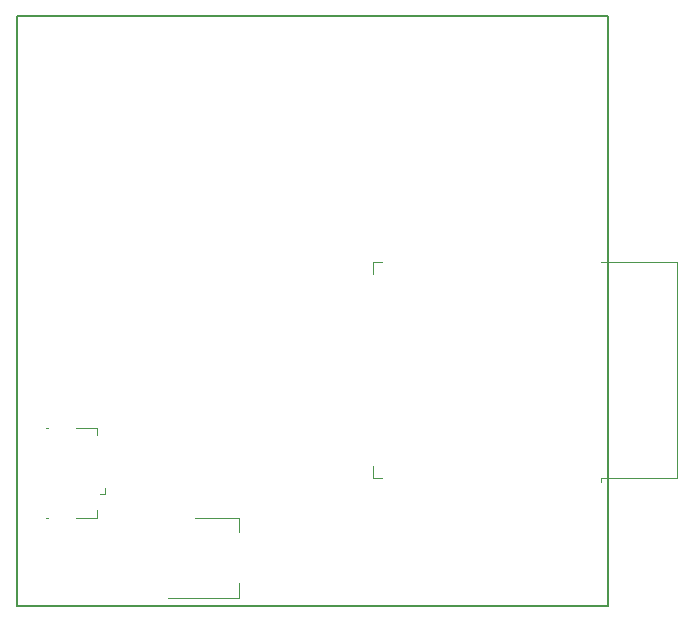
<source format=gbr>
G04 #@! TF.GenerationSoftware,KiCad,Pcbnew,5.0.0-fee4fd1~66~ubuntu18.04.1*
G04 #@! TF.CreationDate,2018-11-12T17:48:12-03:00*
G04 #@! TF.ProjectId,pcbAlarma,706362416C61726D612E6B696361645F,1.1*
G04 #@! TF.SameCoordinates,Original*
G04 #@! TF.FileFunction,Legend,Bot*
G04 #@! TF.FilePolarity,Positive*
%FSLAX46Y46*%
G04 Gerber Fmt 4.6, Leading zero omitted, Abs format (unit mm)*
G04 Created by KiCad (PCBNEW 5.0.0-fee4fd1~66~ubuntu18.04.1) date Mon Nov 12 17:48:12 2018*
%MOMM*%
%LPD*%
G01*
G04 APERTURE LIST*
%ADD10C,0.150000*%
%ADD11C,0.120000*%
%ADD12R,1.850000X1.550000*%
%ADD13O,2.300000X1.450000*%
%ADD14R,2.300000X2.150000*%
%ADD15R,1.800000X0.800000*%
%ADD16R,2.100000X2.100000*%
%ADD17O,2.100000X2.100000*%
%ADD18C,2.000000*%
%ADD19R,2.000000X2.000000*%
%ADD20C,2.200000*%
%ADD21R,2.200000X2.200000*%
%ADD22O,2.200000X2.200000*%
%ADD23C,2.600000*%
%ADD24C,3.400000*%
%ADD25R,3.400000X3.400000*%
%ADD26R,2.900000X2.900000*%
%ADD27O,2.900000X2.900000*%
%ADD28R,1.900000X1.450000*%
%ADD29O,1.900000X1.450000*%
%ADD30O,2.000000X2.000000*%
%ADD31R,2.400000X1.900000*%
%ADD32R,2.400000X4.200000*%
%ADD33R,1.300000X2.400000*%
%ADD34R,2.400000X1.300000*%
%ADD35R,5.400000X5.400000*%
G04 APERTURE END LIST*
D10*
X164200000Y-64600000D02*
X164200000Y-114600000D01*
X214200000Y-64600000D02*
X164200000Y-64600000D01*
X214200000Y-114600000D02*
X214200000Y-64600000D01*
X164200000Y-114600000D02*
X214200000Y-114600000D01*
D11*
G04 #@! TO.C,J1*
X171610000Y-105060000D02*
X171220000Y-105060000D01*
X171610000Y-105060000D02*
X171610000Y-104610000D01*
X170910000Y-99490000D02*
X170910000Y-100140000D01*
X169180000Y-99490000D02*
X170910000Y-99490000D01*
X166610000Y-107110000D02*
X166820000Y-107110000D01*
X166610000Y-99490000D02*
X166820000Y-99490000D01*
X169180000Y-107110000D02*
X170910000Y-107110000D01*
X170910000Y-107110000D02*
X170910000Y-106450000D01*
G04 #@! TO.C,U1*
X176950000Y-113910000D02*
X182960000Y-113910000D01*
X179200000Y-107090000D02*
X182960000Y-107090000D01*
X182960000Y-113910000D02*
X182960000Y-112650000D01*
X182960000Y-107090000D02*
X182960000Y-108350000D01*
G04 #@! TO.C,U2*
X213645000Y-103720000D02*
X213645000Y-104100000D01*
X220065000Y-103720000D02*
X213645000Y-103720000D01*
X220065000Y-85480000D02*
X213645000Y-85480000D01*
X220065000Y-103720000D02*
X220065000Y-85480000D01*
X194320000Y-85480000D02*
X194320000Y-86480000D01*
X195100000Y-85480000D02*
X194320000Y-85480000D01*
X194320000Y-103720000D02*
X194320000Y-102720000D01*
X195100000Y-103720000D02*
X194320000Y-103720000D01*
G04 #@! TD*
%LPC*%
D12*
G04 #@! TO.C,J1*
X170230000Y-105620000D03*
X170230000Y-100980000D03*
D13*
X168000000Y-99725000D03*
X168000000Y-106875000D03*
D14*
X168000000Y-104425000D03*
D15*
X170650000Y-103300000D03*
X170650000Y-102650000D03*
X170650000Y-102000000D03*
X170650000Y-104600000D03*
X170650000Y-103950000D03*
D14*
X168000000Y-102175000D03*
G04 #@! TD*
D16*
G04 #@! TO.C,J102*
X210000000Y-107400000D03*
D17*
X207460000Y-107400000D03*
X204920000Y-107400000D03*
X202380000Y-107400000D03*
X199840000Y-107400000D03*
X197300000Y-107400000D03*
G04 #@! TD*
D18*
G04 #@! TO.C,C1*
X173600000Y-111800000D03*
D19*
X173600000Y-109300000D03*
G04 #@! TD*
D18*
G04 #@! TO.C,C2*
X188700000Y-111850000D03*
D19*
X188700000Y-109350000D03*
G04 #@! TD*
D20*
G04 #@! TO.C,D1*
X177400000Y-94660000D03*
D21*
X177400000Y-97200000D03*
G04 #@! TD*
D22*
G04 #@! TO.C,D2*
X200760000Y-75800000D03*
D21*
X190600000Y-75800000D03*
G04 #@! TD*
D20*
G04 #@! TO.C,D3*
X167300000Y-94660000D03*
D21*
X167300000Y-97200000D03*
G04 #@! TD*
D20*
G04 #@! TO.C,D4*
X172400000Y-94660000D03*
D21*
X172400000Y-97200000D03*
G04 #@! TD*
D18*
G04 #@! TO.C,F1*
X188000000Y-93200000D03*
G04 #@! TD*
G04 #@! TO.C,F2*
X204200000Y-69600000D03*
G04 #@! TD*
G04 #@! TO.C,F3*
X212000000Y-112000000D03*
G04 #@! TD*
D23*
G04 #@! TO.C,H1*
X167200000Y-111300000D03*
G04 #@! TD*
G04 #@! TO.C,H2*
X211200000Y-67600000D03*
G04 #@! TD*
G04 #@! TO.C,H3*
X167150000Y-87025000D03*
G04 #@! TD*
D24*
G04 #@! TO.C,J4*
X192170000Y-69725000D03*
D25*
X197250000Y-69725000D03*
G04 #@! TD*
D17*
G04 #@! TO.C,J101*
X211200000Y-75340000D03*
D16*
X211200000Y-72800000D03*
G04 #@! TD*
D26*
G04 #@! TO.C,K1*
X186200000Y-74200000D03*
D27*
X184200000Y-68200000D03*
X172000000Y-68200000D03*
X172000000Y-80200000D03*
X184200000Y-80200000D03*
G04 #@! TD*
D28*
G04 #@! TO.C,Q1*
X204800000Y-75130000D03*
D29*
X204800000Y-77670000D03*
X204800000Y-76400000D03*
G04 #@! TD*
D18*
G04 #@! TO.C,R1*
X182100000Y-91600000D03*
D30*
X171940000Y-91600000D03*
G04 #@! TD*
G04 #@! TO.C,R2*
X182160000Y-84800000D03*
D18*
X172000000Y-84800000D03*
G04 #@! TD*
D30*
G04 #@! TO.C,R3*
X207760000Y-111600000D03*
D18*
X197600000Y-111600000D03*
G04 #@! TD*
D30*
G04 #@! TO.C,R4*
X182160000Y-88300000D03*
D18*
X172000000Y-88300000D03*
G04 #@! TD*
D30*
G04 #@! TO.C,R5*
X190440000Y-80600000D03*
D18*
X200600000Y-80600000D03*
G04 #@! TD*
D31*
G04 #@! TO.C,U1*
X177900000Y-112800000D03*
X177900000Y-108200000D03*
X177900000Y-110500000D03*
D32*
X184200000Y-110500000D03*
G04 #@! TD*
D33*
G04 #@! TO.C,U2*
X212455000Y-86100000D03*
X211185000Y-86100000D03*
X209915000Y-86100000D03*
X208645000Y-86100000D03*
X207375000Y-86100000D03*
X206105000Y-86100000D03*
X204835000Y-86100000D03*
X203565000Y-86100000D03*
X202295000Y-86100000D03*
X201025000Y-86100000D03*
X199755000Y-86100000D03*
X198485000Y-86100000D03*
X197215000Y-86100000D03*
X195945000Y-86100000D03*
D34*
X194945000Y-88885000D03*
X194945000Y-90155000D03*
X194945000Y-91425000D03*
X194945000Y-92695000D03*
X194945000Y-93965000D03*
X194945000Y-95235000D03*
X194945000Y-96505000D03*
X194945000Y-97775000D03*
X194945000Y-99045000D03*
X194945000Y-100315000D03*
D33*
X195945000Y-103100000D03*
X197215000Y-103100000D03*
X198485000Y-103100000D03*
X199755000Y-103100000D03*
X201025000Y-103100000D03*
X202295000Y-103100000D03*
X203565000Y-103100000D03*
X204835000Y-103100000D03*
X206105000Y-103100000D03*
X207375000Y-103100000D03*
X208645000Y-103100000D03*
X209915000Y-103100000D03*
X211185000Y-103100000D03*
X212455000Y-103100000D03*
D35*
X204955000Y-95600000D03*
G04 #@! TD*
M02*

</source>
